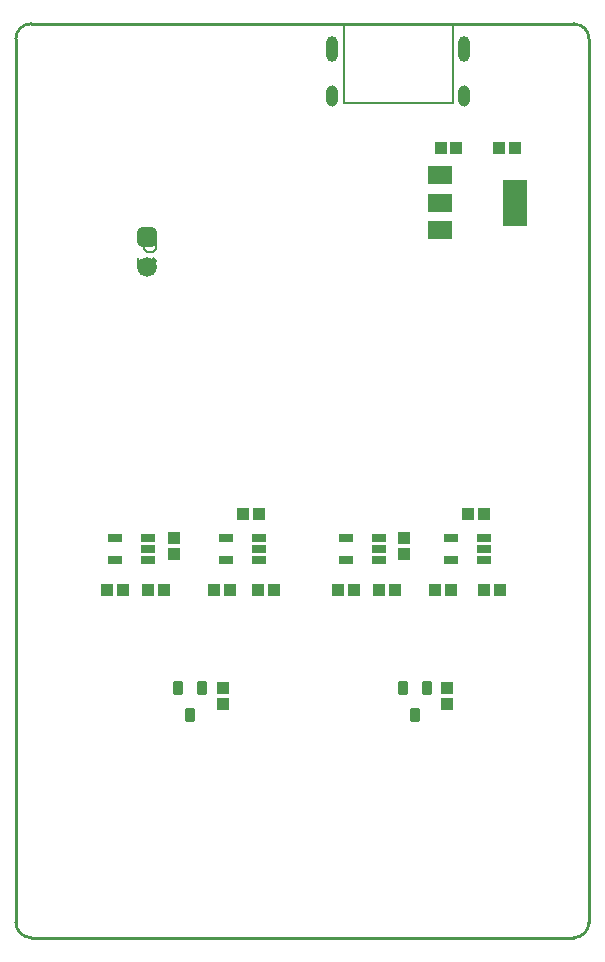
<source format=gbs>
G04*
G04 #@! TF.GenerationSoftware,Altium Limited,Altium Designer,24.2.2 (26)*
G04*
G04 Layer_Color=16711935*
%FSLAX25Y25*%
%MOIN*%
G70*
G04*
G04 #@! TF.SameCoordinates,3758B99F-9DEC-4DD0-BAA5-DFD1AAF1D411*
G04*
G04*
G04 #@! TF.FilePolarity,Negative*
G04*
G01*
G75*
%ADD13C,0.01000*%
%ADD15C,0.00591*%
%ADD31R,0.04236X0.03842*%
%ADD32R,0.03842X0.04236*%
G04:AMPARAMS|DCode=39|XSize=39.37mil|YSize=86.61mil|CornerRadius=19.68mil|HoleSize=0mil|Usage=FLASHONLY|Rotation=180.000|XOffset=0mil|YOffset=0mil|HoleType=Round|Shape=RoundedRectangle|*
%AMROUNDEDRECTD39*
21,1,0.03937,0.04724,0,0,180.0*
21,1,0.00000,0.08661,0,0,180.0*
1,1,0.03937,0.00000,0.02362*
1,1,0.03937,0.00000,0.02362*
1,1,0.03937,0.00000,-0.02362*
1,1,0.03937,0.00000,-0.02362*
%
%ADD39ROUNDEDRECTD39*%
G04:AMPARAMS|DCode=40|XSize=39.37mil|YSize=70.87mil|CornerRadius=19.68mil|HoleSize=0mil|Usage=FLASHONLY|Rotation=180.000|XOffset=0mil|YOffset=0mil|HoleType=Round|Shape=RoundedRectangle|*
%AMROUNDEDRECTD40*
21,1,0.03937,0.03150,0,0,180.0*
21,1,0.00000,0.07087,0,0,180.0*
1,1,0.03937,0.00000,0.01575*
1,1,0.03937,0.00000,0.01575*
1,1,0.03937,0.00000,-0.01575*
1,1,0.03937,0.00000,-0.01575*
%
%ADD40ROUNDEDRECTD40*%
G04:AMPARAMS|DCode=41|XSize=65.98mil|YSize=65.98mil|CornerRadius=17.24mil|HoleSize=0mil|Usage=FLASHONLY|Rotation=270.000|XOffset=0mil|YOffset=0mil|HoleType=Round|Shape=RoundedRectangle|*
%AMROUNDEDRECTD41*
21,1,0.06598,0.03150,0,0,270.0*
21,1,0.03150,0.06598,0,0,270.0*
1,1,0.03449,-0.01575,-0.01575*
1,1,0.03449,-0.01575,0.01575*
1,1,0.03449,0.01575,0.01575*
1,1,0.03449,0.01575,-0.01575*
%
%ADD41ROUNDEDRECTD41*%
%ADD42C,0.06598*%
%ADD56R,0.04630X0.02661*%
G04:AMPARAMS|DCode=57|XSize=47.99mil|YSize=30.99mil|CornerRadius=5.7mil|HoleSize=0mil|Usage=FLASHONLY|Rotation=270.000|XOffset=0mil|YOffset=0mil|HoleType=Round|Shape=RoundedRectangle|*
%AMROUNDEDRECTD57*
21,1,0.04799,0.01960,0,0,270.0*
21,1,0.03660,0.03099,0,0,270.0*
1,1,0.01139,-0.00980,-0.01830*
1,1,0.01139,-0.00980,0.01830*
1,1,0.01139,0.00980,0.01830*
1,1,0.01139,0.00980,-0.01830*
%
%ADD57ROUNDEDRECTD57*%
%ADD58R,0.08173X0.06205*%
%ADD59R,0.08173X0.15260*%
D13*
X1087100Y747300D02*
G03*
X1082100Y742300I0J-5000D01*
G01*
X1273100D02*
G03*
X1268100Y747300I-5000J0D01*
G01*
Y442700D02*
G03*
X1273100Y447700I0J5000D01*
G01*
X1082100D02*
G03*
X1087100Y442700I5000J0D01*
G01*
X1082100Y737121D02*
Y742300D01*
X1087100Y747300D02*
X1268100D01*
X1273100Y447841D02*
Y742300D01*
Y447700D02*
Y447841D01*
X1087100Y442700D02*
X1268100D01*
X1082100Y447700D02*
Y737121D01*
D15*
X1191310Y720818D02*
X1227687D01*
X1191310D02*
Y747196D01*
X1227687Y720818D02*
Y747196D01*
X1122861Y675036D02*
X1128765D01*
Y672084D01*
X1127781Y671100D01*
X1125813D01*
X1124829Y672084D01*
Y675036D01*
X1122861Y669132D02*
Y667164D01*
Y668148D01*
X1128765D01*
X1127781Y669132D01*
D31*
X1134727Y570543D02*
D03*
Y575858D02*
D03*
X1211500Y575857D02*
D03*
Y570543D02*
D03*
X1151200Y520643D02*
D03*
Y525957D02*
D03*
X1225900D02*
D03*
Y520643D02*
D03*
D32*
X1243043Y705800D02*
D03*
X1248357D02*
D03*
X1223643D02*
D03*
X1228957D02*
D03*
X1157710Y583993D02*
D03*
X1163025D02*
D03*
X1126243Y558602D02*
D03*
X1131557D02*
D03*
X1148026Y558500D02*
D03*
X1153341D02*
D03*
X1162958Y558630D02*
D03*
X1168273D02*
D03*
X1203042Y558600D02*
D03*
X1208357D02*
D03*
X1227229Y558600D02*
D03*
X1221914D02*
D03*
X1117845Y558602D02*
D03*
X1112530D02*
D03*
X1237978Y583962D02*
D03*
X1232663D02*
D03*
X1194644Y558600D02*
D03*
X1189329D02*
D03*
X1243349D02*
D03*
X1238034D02*
D03*
D39*
X1187372Y738928D02*
D03*
X1231625D02*
D03*
D40*
X1187372Y723180D02*
D03*
X1231625D02*
D03*
D41*
X1125813Y676100D02*
D03*
D42*
Y666100D02*
D03*
D56*
X1162998Y575881D02*
D03*
Y572141D02*
D03*
Y568401D02*
D03*
X1151975D02*
D03*
Y575881D02*
D03*
X1115215D02*
D03*
Y568401D02*
D03*
X1126239D02*
D03*
Y572141D02*
D03*
Y575881D02*
D03*
X1191988D02*
D03*
Y568401D02*
D03*
X1203012D02*
D03*
Y572141D02*
D03*
Y575881D02*
D03*
X1226975Y575880D02*
D03*
Y568400D02*
D03*
X1237998D02*
D03*
Y572140D02*
D03*
Y575880D02*
D03*
D57*
X1136101Y525940D02*
D03*
X1144101D02*
D03*
X1140101Y516940D02*
D03*
X1211101Y525940D02*
D03*
X1219101D02*
D03*
X1215101Y516940D02*
D03*
D58*
X1223598Y687700D02*
D03*
Y678645D02*
D03*
Y696755D02*
D03*
D59*
X1248402Y687700D02*
D03*
M02*

</source>
